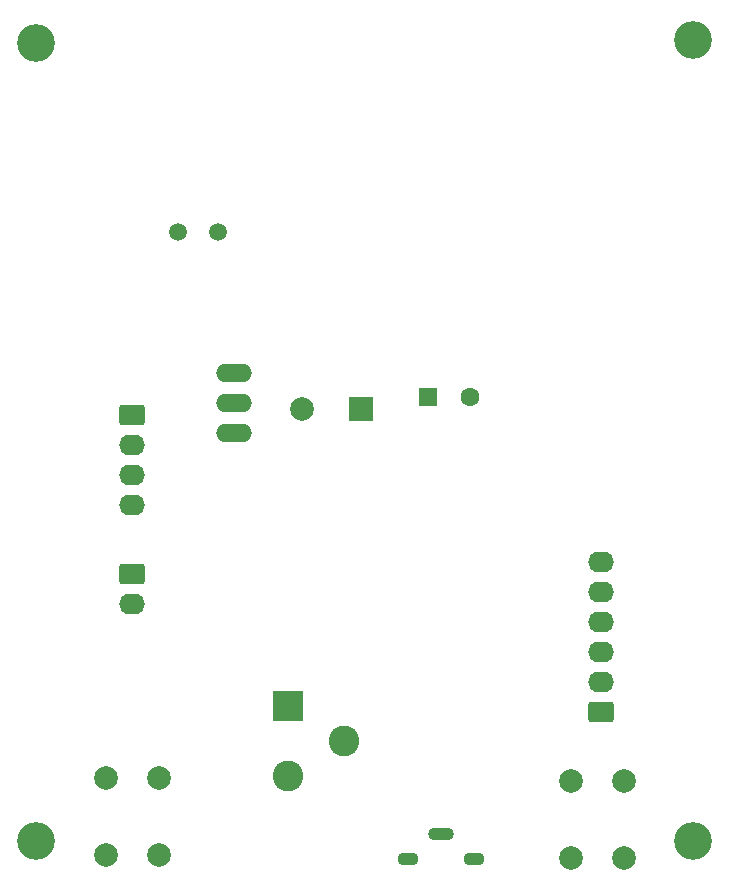
<source format=gbs>
G04 #@! TF.GenerationSoftware,KiCad,Pcbnew,(6.0.10-0)*
G04 #@! TF.CreationDate,2023-03-29T16:12:46-05:00*
G04 #@! TF.ProjectId,v1.0,76312e30-2e6b-4696-9361-645f70636258,rev?*
G04 #@! TF.SameCoordinates,Original*
G04 #@! TF.FileFunction,Soldermask,Bot*
G04 #@! TF.FilePolarity,Negative*
%FSLAX46Y46*%
G04 Gerber Fmt 4.6, Leading zero omitted, Abs format (unit mm)*
G04 Created by KiCad (PCBNEW (6.0.10-0)) date 2023-03-29 16:12:46*
%MOMM*%
%LPD*%
G01*
G04 APERTURE LIST*
G04 Aperture macros list*
%AMRoundRect*
0 Rectangle with rounded corners*
0 $1 Rounding radius*
0 $2 $3 $4 $5 $6 $7 $8 $9 X,Y pos of 4 corners*
0 Add a 4 corners polygon primitive as box body*
4,1,4,$2,$3,$4,$5,$6,$7,$8,$9,$2,$3,0*
0 Add four circle primitives for the rounded corners*
1,1,$1+$1,$2,$3*
1,1,$1+$1,$4,$5*
1,1,$1+$1,$6,$7*
1,1,$1+$1,$8,$9*
0 Add four rect primitives between the rounded corners*
20,1,$1+$1,$2,$3,$4,$5,0*
20,1,$1+$1,$4,$5,$6,$7,0*
20,1,$1+$1,$6,$7,$8,$9,0*
20,1,$1+$1,$8,$9,$2,$3,0*%
G04 Aperture macros list end*
%ADD10RoundRect,0.250000X0.845000X-0.620000X0.845000X0.620000X-0.845000X0.620000X-0.845000X-0.620000X0*%
%ADD11O,2.190000X1.740000*%
%ADD12R,2.000000X2.000000*%
%ADD13C,2.000000*%
%ADD14RoundRect,0.250000X-0.845000X0.620000X-0.845000X-0.620000X0.845000X-0.620000X0.845000X0.620000X0*%
%ADD15R,1.600000X1.600000*%
%ADD16C,1.600000*%
%ADD17C,1.500000*%
%ADD18C,3.200000*%
%ADD19R,2.600000X2.600000*%
%ADD20C,2.600000*%
%ADD21O,3.048000X1.524000*%
%ADD22O,1.800000X1.100000*%
%ADD23O,2.200000X1.100000*%
G04 APERTURE END LIST*
D10*
X165120000Y-110744000D03*
D11*
X165120000Y-108204000D03*
X165120000Y-105664000D03*
X165120000Y-103124000D03*
X165120000Y-100584000D03*
X165120000Y-98044000D03*
D12*
X144861677Y-85090000D03*
D13*
X139861677Y-85090000D03*
D14*
X125476000Y-85598000D03*
D11*
X125476000Y-88138000D03*
X125476000Y-90678000D03*
X125476000Y-93218000D03*
D13*
X127726000Y-122884000D03*
X127726000Y-116384000D03*
X123226000Y-116384000D03*
X123226000Y-122884000D03*
D15*
X150531396Y-84074000D03*
D16*
X154031396Y-84074000D03*
D17*
X129364000Y-70104000D03*
X132764000Y-70104000D03*
D18*
X172974000Y-53848000D03*
D13*
X162596000Y-116638000D03*
X162596000Y-123138000D03*
X167096000Y-116638000D03*
X167096000Y-123138000D03*
D14*
X125476000Y-99060000D03*
D11*
X125476000Y-101600000D03*
D19*
X138684000Y-110236000D03*
D20*
X138684000Y-116236000D03*
X143384000Y-113236000D03*
D21*
X134112000Y-84582000D03*
X134112000Y-82042000D03*
X134112000Y-87122000D03*
D18*
X172974000Y-121666000D03*
X117348000Y-121666000D03*
X117348000Y-54102000D03*
D22*
X154438000Y-123249000D03*
X148838000Y-123249000D03*
D23*
X151638000Y-121099000D03*
M02*

</source>
